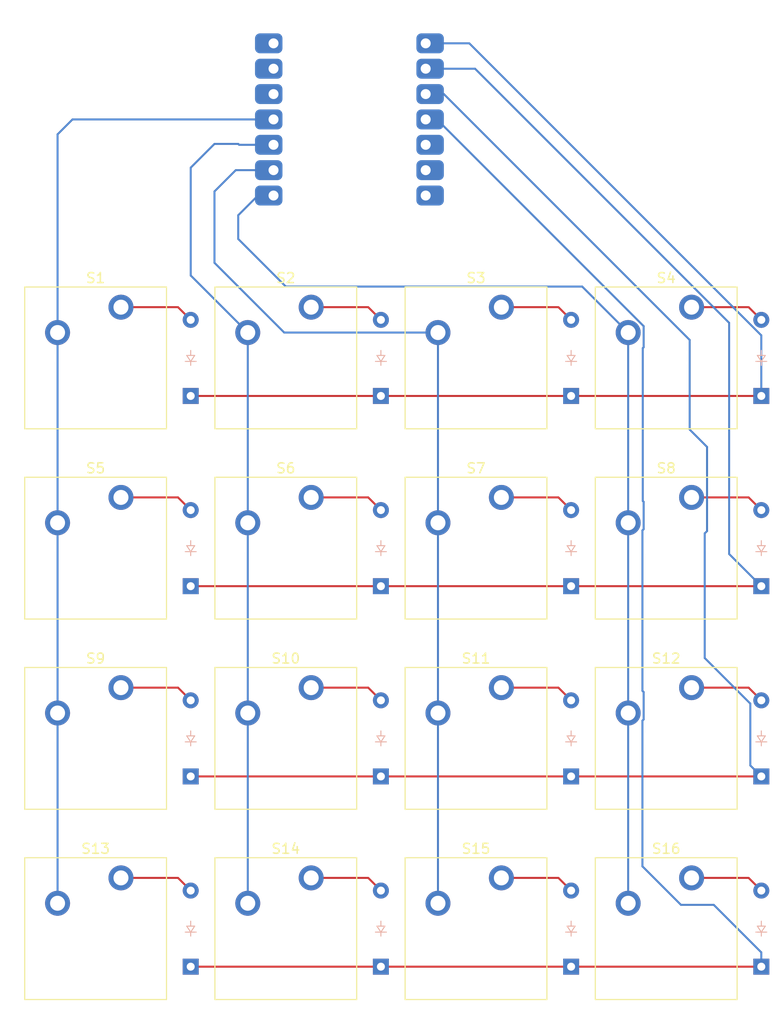
<source format=kicad_pcb>
(kicad_pcb (version 20240108) (generator "pcbnew") (generator_version "8.0")
  (layers (0 "F.Cu" signal) (31 "B.Cu" signal) (34 "B.Paste" user) (35 "F.Paste" user) (36 "B.SilkS" user "B.Silkscreen") (37 "F.SilkS" user "F.Silkscreen") (38 "B.Mask" user) (39 "F.Mask" user) (44 "Edge.Cuts" user))
  (net 0 "")
  (net 1 "Row 0")
  (net 2 "Net-(D1-A)")
  (net 3 "Net-(D2-A)")
  (net 4 "Net-(D3-A)")
  (net 5 "Net-(D4-A)")
  (net 6 "Net-(D5-A)")
  (net 7 "Row 1")
  (net 8 "Net-(D6-A)")
  (net 9 "Net-(D7-A)")
  (net 10 "Net-(D8-A)")
  (net 11 "Row 2")
  (net 12 "Net-(D9-A)")
  (net 13 "Net-(D10-A)")
  (net 14 "Net-(D11-A)")
  (net 15 "Net-(D12-A)")
  (net 16 "Row 3")
  (net 17 "Net-(D13-A)")
  (net 18 "Net-(D14-A)")
  (net 19 "Net-(D15-A)")
  (net 20 "Net-(D16-A)")
  (net 21 "Column 0")
  (net 22 "Column 1")
  (net 23 "Column 2")
  (net 24 "Column 3")
  (footprint "ScottoKeebs_MX:MX_PCB_1.00u" (layer "F.Cu") (at 133.35 133.35)
    (property "Reference" "S14" (at 0 -8 0) (layer "F.SilkS"))
    (property "Value" "Keyswitch")
    (fp_line (start -7.1 -7.1) (end -7.1 7.1) (stroke (width 0.12)) (layer "F.SilkS"))
    (fp_line (start -7.1 7.1) (end 7.1 7.1) (stroke (width 0.12)) (layer "F.SilkS"))
    (fp_line (start 7.1 -7.1) (end -7.1 -7.1) (stroke (width 0.12)) (layer "F.SilkS"))
    (fp_line (start 7.1 7.1) (end 7.1 -7.1) (stroke (width 0.12)) (layer "F.SilkS"))
    (pad "" np_thru_hole circle (at -5.08 0) (size 1.75 1.75) (drill 1.75) (layers "*.Cu" "*.Mask"))
    (pad "" np_thru_hole circle (at 0 0) (size 4 4) (drill 4) (layers "*.Cu" "*.Mask"))
    (pad "" np_thru_hole circle (at 5.08 0) (size 1.75 1.75) (drill 1.75) (layers "*.Cu" "*.Mask"))
    (pad "1" thru_hole circle (at -3.81 -2.54) (size 2.5 2.5) (drill 1.5) (layers "*.Cu" "*.Mask") (net 22 "Column 1"))
    (pad "2" thru_hole circle (at 2.54 -5.08) (size 2.5 2.5) (drill 1.5) (layers "*.Cu" "*.Mask") (net 18 "Net-(D14-A)"))
  )
  (footprint "ScottoKeebs_MX:MX_PCB_1.00u" (layer "F.Cu") (at 171.45 133.35)
    (property "Reference" "S16" (at 0 -8 0) (layer "F.SilkS"))
    (property "Value" "Keyswitch")
    (fp_line (start -7.1 -7.1) (end -7.1 7.1) (stroke (width 0.12)) (layer "F.SilkS"))
    (fp_line (start -7.1 7.1) (end 7.1 7.1) (stroke (width 0.12)) (layer "F.SilkS"))
    (fp_line (start 7.1 -7.1) (end -7.1 -7.1) (stroke (width 0.12)) (layer "F.SilkS"))
    (fp_line (start 7.1 7.1) (end 7.1 -7.1) (stroke (width 0.12)) (layer "F.SilkS"))
    (pad "" np_thru_hole circle (at -5.08 0) (size 1.75 1.75) (drill 1.75) (layers "*.Cu" "*.Mask"))
    (pad "" np_thru_hole circle (at 0 0) (size 4 4) (drill 4) (layers "*.Cu" "*.Mask"))
    (pad "" np_thru_hole circle (at 5.08 0) (size 1.75 1.75) (drill 1.75) (layers "*.Cu" "*.Mask"))
    (pad "1" thru_hole circle (at -3.81 -2.54) (size 2.5 2.5) (drill 1.5) (layers "*.Cu" "*.Mask") (net 24 "Column 3"))
    (pad "2" thru_hole circle (at 2.54 -5.08) (size 2.5 2.5) (drill 1.5) (layers "*.Cu" "*.Mask") (net 20 "Net-(D16-A)"))
  )
  (footprint "ScottoKeebs_MX:MX_PCB_1.00u" (layer "F.Cu") (at 133.35 76.2)
    (property "Reference" "S2" (at 0 -8 0) (layer "F.SilkS"))
    (property "Value" "Keyswitch")
    (fp_line (start -7.1 -7.1) (end -7.1 7.1) (stroke (width 0.12)) (layer "F.SilkS"))
    (fp_line (start -7.1 7.1) (end 7.1 7.1) (stroke (width 0.12)) (layer "F.SilkS"))
    (fp_line (start 7.1 -7.1) (end -7.1 -7.1) (stroke (width 0.12)) (layer "F.SilkS"))
    (fp_line (start 7.1 7.1) (end 7.1 -7.1) (stroke (width 0.12)) (layer "F.SilkS"))
    (pad "" np_thru_hole circle (at -5.08 0) (size 1.75 1.75) (drill 1.75) (layers "*.Cu" "*.Mask"))
    (pad "" np_thru_hole circle (at 0 0) (size 4 4) (drill 4) (layers "*.Cu" "*.Mask"))
    (pad "" np_thru_hole circle (at 5.08 0) (size 1.75 1.75) (drill 1.75) (layers "*.Cu" "*.Mask"))
    (pad "1" thru_hole circle (at -3.81 -2.54) (size 2.5 2.5) (drill 1.5) (layers "*.Cu" "*.Mask") (net 22 "Column 1"))
    (pad "2" thru_hole circle (at 2.54 -5.08) (size 2.5 2.5) (drill 1.5) (layers "*.Cu" "*.Mask") (net 3 "Net-(D2-A)"))
  )
  (footprint "ScottoKeebs_MX:MX_PCB_1.00u" (layer "F.Cu") (at 114.3 114.3)
    (property "Reference" "S9" (at 0 -8 0) (layer "F.SilkS"))
    (property "Value" "Keyswitch")
    (fp_line (start -7.1 -7.1) (end -7.1 7.1) (stroke (width 0.12)) (layer "F.SilkS"))
    (fp_line (start -7.1 7.1) (end 7.1 7.1) (stroke (width 0.12)) (layer "F.SilkS"))
    (fp_line (start 7.1 -7.1) (end -7.1 -7.1) (stroke (width 0.12)) (layer "F.SilkS"))
    (fp_line (start 7.1 7.1) (end 7.1 -7.1) (stroke (width 0.12)) (layer "F.SilkS"))
    (pad "" np_thru_hole circle (at -5.08 0) (size 1.75 1.75) (drill 1.75) (layers "*.Cu" "*.Mask"))
    (pad "" np_thru_hole circle (at 0 0) (size 4 4) (drill 4) (layers "*.Cu" "*.Mask"))
    (pad "" np_thru_hole circle (at 5.08 0) (size 1.75 1.75) (drill 1.75) (layers "*.Cu" "*.Mask"))
    (pad "1" thru_hole circle (at -3.81 -2.54) (size 2.5 2.5) (drill 1.5) (layers "*.Cu" "*.Mask") (net 21 "Column 0"))
    (pad "2" thru_hole circle (at 2.54 -5.08) (size 2.5 2.5) (drill 1.5) (layers "*.Cu" "*.Mask") (net 12 "Net-(D9-A)"))
  )
  (footprint "ScottoKeebs_MX:MX_PCB_1.00u" (layer "F.Cu") (at 152.4 95.25)
    (property "Reference" "S7" (at 0 -8 0) (layer "F.SilkS"))
    (property "Value" "Keyswitch")
    (fp_line (start -7.1 -7.1) (end -7.1 7.1) (stroke (width 0.12)) (layer "F.SilkS"))
    (fp_line (start -7.1 7.1) (end 7.1 7.1) (stroke (width 0.12)) (layer "F.SilkS"))
    (fp_line (start 7.1 -7.1) (end -7.1 -7.1) (stroke (width 0.12)) (layer "F.SilkS"))
    (fp_line (start 7.1 7.1) (end 7.1 -7.1) (stroke (width 0.12)) (layer "F.SilkS"))
    (pad "" np_thru_hole circle (at -5.08 0) (size 1.75 1.75) (drill 1.75) (layers "*.Cu" "*.Mask"))
    (pad "" np_thru_hole circle (at 0 0) (size 4 4) (drill 4) (layers "*.Cu" "*.Mask"))
    (pad "" np_thru_hole circle (at 5.08 0) (size 1.75 1.75) (drill 1.75) (layers "*.Cu" "*.Mask"))
    (pad "1" thru_hole circle (at -3.81 -2.54) (size 2.5 2.5) (drill 1.5) (layers "*.Cu" "*.Mask") (net 23 "Column 2"))
    (pad "2" thru_hole circle (at 2.54 -5.08) (size 2.5 2.5) (drill 1.5) (layers "*.Cu" "*.Mask") (net 9 "Net-(D7-A)"))
  )
  (footprint "ScottoKeebs_MX:MX_PCB_1.00u" (layer "F.Cu") (at 114.3 95.25)
    (property "Reference" "S5" (at 0 -8 0) (layer "F.SilkS"))
    (property "Value" "Keyswitch")
    (fp_line (start -7.1 -7.1) (end -7.1 7.1) (stroke (width 0.12)) (layer "F.SilkS"))
    (fp_line (start -7.1 7.1) (end 7.1 7.1) (stroke (width 0.12)) (layer "F.SilkS"))
    (fp_line (start 7.1 -7.1) (end -7.1 -7.1) (stroke (width 0.12)) (layer "F.SilkS"))
    (fp_line (start 7.1 7.1) (end 7.1 -7.1) (stroke (width 0.12)) (layer "F.SilkS"))
    (pad "" np_thru_hole circle (at -5.08 0) (size 1.75 1.75) (drill 1.75) (layers "*.Cu" "*.Mask"))
    (pad "" np_thru_hole circle (at 0 0) (size 4 4) (drill 4) (layers "*.Cu" "*.Mask"))
    (pad "" np_thru_hole circle (at 5.08 0) (size 1.75 1.75) (drill 1.75) (layers "*.Cu" "*.Mask"))
    (pad "1" thru_hole circle (at -3.81 -2.54) (size 2.5 2.5) (drill 1.5) (layers "*.Cu" "*.Mask") (net 21 "Column 0"))
    (pad "2" thru_hole circle (at 2.54 -5.08) (size 2.5 2.5) (drill 1.5) (layers "*.Cu" "*.Mask") (net 6 "Net-(D5-A)"))
  )
  (footprint "ScottoKeebs_MX:MX_PCB_1.00u" (layer "F.Cu") (at 171.45 76.2)
    (property "Reference" "S4" (at 0 -8 0) (layer "F.SilkS"))
    (property "Value" "Keyswitch")
    (fp_line (start -7.1 -7.1) (end -7.1 7.1) (stroke (width 0.12)) (layer "F.SilkS"))
    (fp_line (start -7.1 7.1) (end 7.1 7.1) (stroke (width 0.12)) (layer "F.SilkS"))
    (fp_line (start 7.1 -7.1) (end -7.1 -7.1) (stroke (width 0.12)) (layer "F.SilkS"))
    (fp_line (start 7.1 7.1) (end 7.1 -7.1) (stroke (width 0.12)) (layer "F.SilkS"))
    (pad "" np_thru_hole circle (at -5.08 0) (size 1.75 1.75) (drill 1.75) (layers "*.Cu" "*.Mask"))
    (pad "" np_thru_hole circle (at 0 0) (size 4 4) (drill 4) (layers "*.Cu" "*.Mask"))
    (pad "" np_thru_hole circle (at 5.08 0) (size 1.75 1.75) (drill 1.75) (layers "*.Cu" "*.Mask"))
    (pad "1" thru_hole circle (at -3.81 -2.54) (size 2.5 2.5) (drill 1.5) (layers "*.Cu" "*.Mask") (net 24 "Column 3"))
    (pad "2" thru_hole circle (at 2.54 -5.08) (size 2.5 2.5) (drill 1.5) (layers "*.Cu" "*.Mask") (net 5 "Net-(D4-A)"))
  )
  (footprint "ScottoKeebs_MX:MX_PCB_1.00u" (layer "F.Cu") (at 114.3 133.35)
    (property "Reference" "S13" (at 0 -8 0) (layer "F.SilkS"))
    (property "Value" "Keyswitch")
    (fp_line (start -7.1 -7.1) (end -7.1 7.1) (stroke (width 0.12)) (layer "F.SilkS"))
    (fp_line (start -7.1 7.1) (end 7.1 7.1) (stroke (width 0.12)) (layer "F.SilkS"))
    (fp_line (start 7.1 -7.1) (end -7.1 -7.1) (stroke (width 0.12)) (layer "F.SilkS"))
    (fp_line (start 7.1 7.1) (end 7.1 -7.1) (stroke (width 0.12)) (layer "F.SilkS"))
    (pad "" np_thru_hole circle (at -5.08 0) (size 1.75 1.75) (drill 1.75) (layers "*.Cu" "*.Mask"))
    (pad "" np_thru_hole circle (at 0 0) (size 4 4) (drill 4) (layers "*.Cu" "*.Mask"))
    (pad "" np_thru_hole circle (at 5.08 0) (size 1.75 1.75) (drill 1.75) (layers "*.Cu" "*.Mask"))
    (pad "1" thru_hole circle (at -3.81 -2.54) (size 2.5 2.5) (drill 1.5) (layers "*.Cu" "*.Mask") (net 21 "Column 0"))
    (pad "2" thru_hole circle (at 2.54 -5.08) (size 2.5 2.5) (drill 1.5) (layers "*.Cu" "*.Mask") (net 17 "Net-(D13-A)"))
  )
  (footprint "ScottoKeebs_MX:MX_PCB_1.00u" (layer "F.Cu") (at 152.4 114.3)
    (property "Reference" "S11" (at 0 -8 0) (layer "F.SilkS"))
    (property "Value" "Keyswitch")
    (fp_line (start -7.1 -7.1) (end -7.1 7.1) (stroke (width 0.12)) (layer "F.SilkS"))
    (fp_line (start -7.1 7.1) (end 7.1 7.1) (stroke (width 0.12)) (layer "F.SilkS"))
    (fp_line (start 7.1 -7.1) (end -7.1 -7.1) (stroke (width 0.12)) (layer "F.SilkS"))
    (fp_line (start 7.1 7.1) (end 7.1 -7.1) (stroke (width 0.12)) (layer "F.SilkS"))
    (pad "" np_thru_hole circle (at -5.08 0) (size 1.75 1.75) (drill 1.75) (layers "*.Cu" "*.Mask"))
    (pad "" np_thru_hole circle (at 0 0) (size 4 4) (drill 4) (layers "*.Cu" "*.Mask"))
    (pad "" np_thru_hole circle (at 5.08 0) (size 1.75 1.75) (drill 1.75) (layers "*.Cu" "*.Mask"))
    (pad "1" thru_hole circle (at -3.81 -2.54) (size 2.5 2.5) (drill 1.5) (layers "*.Cu" "*.Mask") (net 23 "Column 2"))
    (pad "2" thru_hole circle (at 2.54 -5.08) (size 2.5 2.5) (drill 1.5) (layers "*.Cu" "*.Mask") (net 14 "Net-(D11-A)"))
  )
  (footprint "ScottoKeebs_MX:MX_PCB_1.00u" (layer "F.Cu") (at 133.35 114.3)
    (property "Reference" "S10" (at 0 -8 0) (layer "F.SilkS"))
    (property "Value" "Keyswitch")
    (fp_line (start -7.1 -7.1) (end -7.1 7.1) (stroke (width 0.12)) (layer "F.SilkS"))
    (fp_line (start -7.1 7.1) (end 7.1 7.1) (stroke (width 0.12)) (layer "F.SilkS"))
    (fp_line (start 7.1 -7.1) (end -7.1 -7.1) (stroke (width 0.12)) (layer "F.SilkS"))
    (fp_line (start 7.1 7.1) (end 7.1 -7.1) (stroke (width 0.12)) (layer "F.SilkS"))
    (pad "" np_thru_hole circle (at -5.08 0) (size 1.75 1.75) (drill 1.75) (layers "*.Cu" "*.Mask"))
    (pad "" np_thru_hole circle (at 0 0) (size 4 4) (drill 4) (layers "*.Cu" "*.Mask"))
    (pad "" np_thru_hole circle (at 5.08 0) (size 1.75 1.75) (drill 1.75) (layers "*.Cu" "*.Mask"))
    (pad "1" thru_hole circle (at -3.81 -2.54) (size 2.5 2.5) (drill 1.5) (layers "*.Cu" "*.Mask") (net 22 "Column 1"))
    (pad "2" thru_hole circle (at 2.54 -5.08) (size 2.5 2.5) (drill 1.5) (layers "*.Cu" "*.Mask") (net 13 "Net-(D10-A)"))
  )
  (footprint "ScottoKeebs_MX:MX_PCB_1.00u" (layer "F.Cu") (at 171.45 114.3)
    (property "Reference" "S12" (at 0 -8 0) (layer "F.SilkS"))
    (property "Value" "Keyswitch")
    (fp_line (start -7.1 -7.1) (end -7.1 7.1) (stroke (width 0.12)) (layer "F.SilkS"))
    (fp_line (start -7.1 7.1) (end 7.1 7.1) (stroke (width 0.12)) (layer "F.SilkS"))
    (fp_line (start 7.1 -7.1) (end -7.1 -7.1) (stroke (width 0.12)) (layer "F.SilkS"))
    (fp_line (start 7.1 7.1) (end 7.1 -7.1) (stroke (width 0.12)) (layer "F.SilkS"))
    (pad "" np_thru_hole circle (at -5.08 0) (size 1.75 1.75) (drill 1.75) (layers "*.Cu" "*.Mask"))
    (pad "" np_thru_hole circle (at 0 0) (size 4 4) (drill 4) (layers "*.Cu" "*.Mask"))
    (pad "" np_thru_hole circle (at 5.08 0) (size 1.75 1.75) (drill 1.75) (layers "*.Cu" "*.Mask"))
    (pad "1" thru_hole circle (at -3.81 -2.54) (size 2.5 2.5) (drill 1.5) (layers "*.Cu" "*.Mask") (net 24 "Column 3"))
    (pad "2" thru_hole circle (at 2.54 -5.08) (size 2.5 2.5) (drill 1.5) (layers "*.Cu" "*.Mask") (net 15 "Net-(D12-A)"))
  )
  (footprint "ScottoKeebs_MX:MX_PCB_1.00u" (layer "F.Cu") (at 152.4 76.2)
    (property "Reference" "S3" (at 0 -8 0) (layer "F.SilkS"))
    (property "Value" "Keyswitch")
    (fp_line (start -7.1 -7.1) (end -7.1 7.1) (stroke (width 0.12)) (layer "F.SilkS"))
    (fp_line (start -7.1 7.1) (end 7.1 7.1) (stroke (width 0.12)) (layer "F.SilkS"))
    (fp_line (start 7.1 -7.1) (end -7.1 -7.1) (stroke (width 0.12)) (layer "F.SilkS"))
    (fp_line (start 7.1 7.1) (end 7.1 -7.1) (stroke (width 0.12)) (layer "F.SilkS"))
    (pad "" np_thru_hole circle (at -5.08 0) (size 1.75 1.75) (drill 1.75) (layers "*.Cu" "*.Mask"))
    (pad "" np_thru_hole circle (at 0 0) (size 4 4) (drill 4) (layers "*.Cu" "*.Mask"))
    (pad "" np_thru_hole circle (at 5.08 0) (size 1.75 1.75) (drill 1.75) (layers "*.Cu" "*.Mask"))
    (pad "1" thru_hole circle (at -3.81 -2.54) (size 2.5 2.5) (drill 1.5) (layers "*.Cu" "*.Mask") (net 23 "Column 2"))
    (pad "2" thru_hole circle (at 2.54 -5.08) (size 2.5 2.5) (drill 1.5) (layers "*.Cu" "*.Mask") (net 4 "Net-(D3-A)"))
  )
  (footprint "ScottoKeebs_MX:MX_PCB_1.00u" (layer "F.Cu") (at 114.3 76.2)
    (property "Reference" "S1" (at 0 -8 0) (layer "F.SilkS"))
    (property "Value" "Keyswitch")
    (fp_line (start -7.1 -7.1) (end -7.1 7.1) (stroke (width 0.12)) (layer "F.SilkS"))
    (fp_line (start -7.1 7.1) (end 7.1 7.1) (stroke (width 0.12)) (layer "F.SilkS"))
    (fp_line (start 7.1 -7.1) (end -7.1 -7.1) (stroke (width 0.12)) (layer "F.SilkS"))
    (fp_line (start 7.1 7.1) (end 7.1 -7.1) (stroke (width 0.12)) (layer "F.SilkS"))
    (pad "" np_thru_hole circle (at -5.08 0) (size 1.75 1.75) (drill 1.75) (layers "*.Cu" "*.Mask"))
    (pad "" np_thru_hole circle (at 0 0) (size 4 4) (drill 4) (layers "*.Cu" "*.Mask"))
    (pad "" np_thru_hole circle (at 5.08 0) (size 1.75 1.75) (drill 1.75) (layers "*.Cu" "*.Mask"))
    (pad "1" thru_hole circle (at -3.81 -2.54) (size 2.5 2.5) (drill 1.5) (layers "*.Cu" "*.Mask") (net 21 "Column 0"))
    (pad "2" thru_hole circle (at 2.54 -5.08) (size 2.5 2.5) (drill 1.5) (layers "*.Cu" "*.Mask") (net 2 "Net-(D1-A)"))
  )
  (footprint "ScottoKeebs_MX:MX_PCB_1.00u" (layer "F.Cu") (at 133.35 95.25)
    (property "Reference" "S6" (at 0 -8 0) (layer "F.SilkS"))
    (property "Value" "Keyswitch")
    (fp_line (start -7.1 -7.1) (end -7.1 7.1) (stroke (width 0.12)) (layer "F.SilkS"))
    (fp_line (start -7.1 7.1) (end 7.1 7.1) (stroke (width 0.12)) (layer "F.SilkS"))
    (fp_line (start 7.1 -7.1) (end -7.1 -7.1) (stroke (width 0.12)) (layer "F.SilkS"))
    (fp_line (start 7.1 7.1) (end 7.1 -7.1) (stroke (width 0.12)) (layer "F.SilkS"))
    (pad "" np_thru_hole circle (at -5.08 0) (size 1.75 1.75) (drill 1.75) (layers "*.Cu" "*.Mask"))
    (pad "" np_thru_hole circle (at 0 0) (size 4 4) (drill 4) (layers "*.Cu" "*.Mask"))
    (pad "" np_thru_hole circle (at 5.08 0) (size 1.75 1.75) (drill 1.75) (layers "*.Cu" "*.Mask"))
    (pad "1" thru_hole circle (at -3.81 -2.54) (size 2.5 2.5) (drill 1.5) (layers "*.Cu" "*.Mask") (net 22 "Column 1"))
    (pad "2" thru_hole circle (at 2.54 -5.08) (size 2.5 2.5) (drill 1.5) (layers "*.Cu" "*.Mask") (net 8 "Net-(D6-A)"))
  )
  (footprint "ScottoKeebs_MX:MX_PCB_1.00u" (layer "F.Cu") (at 171.45 95.25)
    (property "Reference" "S8" (at 0 -8 0) (layer "F.SilkS"))
    (property "Value" "Keyswitch")
    (fp_line (start -7.1 -7.1) (end -7.1 7.1) (stroke (width 0.12)) (layer "F.SilkS"))
    (fp_line (start -7.1 7.1) (end 7.1 7.1) (stroke (width 0.12)) (layer "F.SilkS"))
    (fp_line (start 7.1 -7.1) (end -7.1 -7.1) (stroke (width 0.12)) (layer "F.SilkS"))
    (fp_line (start 7.1 7.1) (end 7.1 -7.1) (stroke (width 0.12)) (layer "F.SilkS"))
    (pad "" np_thru_hole circle (at -5.08 0) (size 1.75 1.75) (drill 1.75) (layers "*.Cu" "*.Mask"))
    (pad "" np_thru_hole circle (at 0 0) (size 4 4) (drill 4) (layers "*.Cu" "*.Mask"))
    (pad "" np_thru_hole circle (at 5.08 0) (size 1.75 1.75) (drill 1.75) (layers "*.Cu" "*.Mask"))
    (pad "1" thru_hole circle (at -3.81 -2.54) (size 2.5 2.5) (drill 1.5) (layers "*.Cu" "*.Mask") (net 24 "Column 3"))
    (pad "2" thru_hole circle (at 2.54 -5.08) (size 2.5 2.5) (drill 1.5) (layers "*.Cu" "*.Mask") (net 10 "Net-(D8-A)"))
  )
  (footprint "ScottoKeebs_MX:MX_PCB_1.00u" (layer "F.Cu") (at 152.4 133.35)
    (property "Reference" "S15" (at 0 -8 0) (layer "F.SilkS"))
    (property "Value" "Keyswitch")
    (fp_line (start -7.1 -7.1) (end -7.1 7.1) (stroke (width 0.12)) (layer "F.SilkS"))
    (fp_line (start -7.1 7.1) (end 7.1 7.1) (stroke (width 0.12)) (layer "F.SilkS"))
    (fp_line (start 7.1 -7.1) (end -7.1 -7.1) (stroke (width 0.12)) (layer "F.SilkS"))
    (fp_line (start 7.1 7.1) (end 7.1 -7.1) (stroke (width 0.12)) (layer "F.SilkS"))
    (pad "" np_thru_hole circle (at -5.08 0) (size 1.75 1.75) (drill 1.75) (layers "*.Cu" "*.Mask"))
    (pad "" np_thru_hole circle (at 0 0) (size 4 4) (drill 4) (layers "*.Cu" "*.Mask"))
    (pad "" np_thru_hole circle (at 5.08 0) (size 1.75 1.75) (drill 1.75) (layers "*.Cu" "*.Mask"))
    (pad "1" thru_hole circle (at -3.81 -2.54) (size 2.5 2.5) (drill 1.5) (layers "*.Cu" "*.Mask") (net 23 "Column 2"))
    (pad "2" thru_hole circle (at 2.54 -5.08) (size 2.5 2.5) (drill 1.5) (layers "*.Cu" "*.Mask") (net 19 "Net-(D15-A)"))
  )
  (footprint "ScottoKeebs_Components:Diode_DO-35" (layer "B.Cu") (at 161.925 99.06 90)
    (property "Reference" "D7" (hide yes))
    (property "Value" "Diode" (hide yes))
    (fp_line (start 3.46 -0.55) (end 3.46 0.55) (stroke (width 0.1)) (layer "B.SilkS"))
    (fp_line (start 4.06 -0.4) (end 4.06 0.4) (stroke (width 0.1)) (layer "B.SilkS"))
    (fp_line (start 4.56 0) (end 4.06 0) (stroke (width 0.1)) (layer "B.SilkS"))
    (fp_line (start 3.46 0) (end 4.06 -0.4) (stroke (width 0.1)) (layer "B.SilkS"))
    (fp_line (start 3.46 0) (end 3.06 0) (stroke (width 0.1)) (layer "B.SilkS"))
    (fp_line (start 4.06 0.4) (end 3.46 0) (stroke (width 0.1)) (layer "B.SilkS"))
    (pad "1" thru_hole rect (at 0 0 90) (size 1.6 1.6) (drill 0.8) (layers "*.Cu" "*.Mask") (net 7 "Row 1"))
    (pad "2" thru_hole oval (at 7.62 0 90) (size 1.6 1.6) (drill 0.8) (layers "*.Cu" "*.Mask") (net 9 "Net-(D7-A)"))
  )
  (footprint "ScottoKeebs_Components:Diode_DO-35" (layer "B.Cu") (at 142.875 99.06 90)
    (property "Reference" "D6" (hide yes))
    (property "Value" "Diode" (hide yes))
    (fp_line (start 3.46 -0.55) (end 3.46 0.55) (stroke (width 0.1)) (layer "B.SilkS"))
    (fp_line (start 4.06 -0.4) (end 4.06 0.4) (stroke (width 0.1)) (layer "B.SilkS"))
    (fp_line (start 4.56 0) (end 4.06 0) (stroke (width 0.1)) (layer "B.SilkS"))
    (fp_line (start 3.46 0) (end 4.06 -0.4) (stroke (width 0.1)) (layer "B.SilkS"))
    (fp_line (start 3.46 0) (end 3.06 0) (stroke (width 0.1)) (layer "B.SilkS"))
    (fp_line (start 4.06 0.4) (end 3.46 0) (stroke (width 0.1)) (layer "B.SilkS"))
    (pad "1" thru_hole rect (at 0 0 90) (size 1.6 1.6) (drill 0.8) (layers "*.Cu" "*.Mask") (net 7 "Row 1"))
    (pad "2" thru_hole oval (at 7.62 0 90) (size 1.6 1.6) (drill 0.8) (layers "*.Cu" "*.Mask") (net 8 "Net-(D6-A)"))
  )
  (footprint "ScottoKeebs_Components:Diode_DO-35" (layer "B.Cu") (at 180.975 118.11 90)
    (property "Reference" "D12" (hide yes))
    (property "Value" "Diode" (hide yes))
    (fp_line (start 3.46 -0.55) (end 3.46 0.55) (stroke (width 0.1)) (layer "B.SilkS"))
    (fp_line (start 4.06 -0.4) (end 4.06 0.4) (stroke (width 0.1)) (layer "B.SilkS"))
    (fp_line (start 4.56 0) (end 4.06 0) (stroke (width 0.1)) (layer "B.SilkS"))
    (fp_line (start 3.46 0) (end 4.06 -0.4) (stroke (width 0.1)) (layer "B.SilkS"))
    (fp_line (start 3.46 0) (end 3.06 0) (stroke (width 0.1)) (layer "B.SilkS"))
    (fp_line (start 4.06 0.4) (end 3.46 0) (stroke (width 0.1)) (layer "B.SilkS"))
    (pad "1" thru_hole rect (at 0 0 90) (size 1.6 1.6) (drill 0.8) (layers "*.Cu" "*.Mask") (net 11 "Row 2"))
    (pad "2" thru_hole oval (at 7.62 0 90) (size 1.6 1.6) (drill 0.8) (layers "*.Cu" "*.Mask") (net 15 "Net-(D12-A)"))
  )
  (footprint "ScottoKeebs_Components:Diode_DO-35" (layer "B.Cu") (at 180.975 137.16 90)
    (property "Reference" "D16" (hide yes))
    (property "Value" "Diode" (hide yes))
    (fp_line (start 3.46 -0.55) (end 3.46 0.55) (stroke (width 0.1)) (layer "B.SilkS"))
    (fp_line (start 4.06 -0.4) (end 4.06 0.4) (stroke (width 0.1)) (layer "B.SilkS"))
    (fp_line (start 4.56 0) (end 4.06 0) (stroke (width 0.1)) (layer "B.SilkS"))
    (fp_line (start 3.46 0) (end 4.06 -0.4) (stroke (width 0.1)) (layer "B.SilkS"))
    (fp_line (start 3.46 0) (end 3.06 0) (stroke (width 0.1)) (layer "B.SilkS"))
    (fp_line (start 4.06 0.4) (end 3.46 0) (stroke (width 0.1)) (layer "B.SilkS"))
    (pad "1" thru_hole rect (at 0 0 90) (size 1.6 1.6) (drill 0.8) (layers "*.Cu" "*.Mask") (net 16 "Row 3"))
    (pad "2" thru_hole oval (at 7.62 0 90) (size 1.6 1.6) (drill 0.8) (layers "*.Cu" "*.Mask") (net 20 "Net-(D16-A)"))
  )
  (footprint "ScottoKeebs_Components:Diode_DO-35" (layer "B.Cu") (at 123.825 137.16 90)
    (property "Reference" "D13" (hide yes))
    (property "Value" "Diode" (hide yes))
    (fp_line (start 3.46 -0.55) (end 3.46 0.55) (stroke (width 0.1)) (layer "B.SilkS"))
    (fp_line (start 4.06 -0.4) (end 4.06 0.4) (stroke (width 0.1)) (layer "B.SilkS"))
    (fp_line (start 4.56 0) (end 4.06 0) (stroke (width 0.1)) (layer "B.SilkS"))
    (fp_line (start 3.46 0) (end 4.06 -0.4) (stroke (width 0.1)) (layer "B.SilkS"))
    (fp_line (start 3.46 0) (end 3.06 0) (stroke (width 0.1)) (layer "B.SilkS"))
    (fp_line (start 4.06 0.4) (end 3.46 0) (stroke (width 0.1)) (layer "B.SilkS"))
    (pad "1" thru_hole rect (at 0 0 90) (size 1.6 1.6) (drill 0.8) (layers "*.Cu" "*.Mask") (net 16 "Row 3"))
    (pad "2" thru_hole oval (at 7.62 0 90) (size 1.6 1.6) (drill 0.8) (layers "*.Cu" "*.Mask") (net 17 "Net-(D13-A)"))
  )
  (footprint "ScottoKeebs_Components:Diode_DO-35" (layer "B.Cu") (at 123.825 99.06 90)
    (property "Reference" "D5" (hide yes))
    (property "Value" "Diode" (hide yes))
    (fp_line (start 3.46 -0.55) (end 3.46 0.55) (stroke (width 0.1)) (layer "B.SilkS"))
    (fp_line (start 4.06 -0.4) (end 4.06 0.4) (stroke (width 0.1)) (layer "B.SilkS"))
    (fp_line (start 4.56 0) (end 4.06 0) (stroke (width 0.1)) (layer "B.SilkS"))
    (fp_line (start 3.46 0) (end 4.06 -0.4) (stroke (width 0.1)) (layer "B.SilkS"))
    (fp_line (start 3.46 0) (end 3.06 0) (stroke (width 0.1)) (layer "B.SilkS"))
    (fp_line (start 4.06 0.4) (end 3.46 0) (stroke (width 0.1)) (layer "B.SilkS"))
    (pad "1" thru_hole rect (at 0 0 90) (size 1.6 1.6) (drill 0.8) (layers "*.Cu" "*.Mask") (net 7 "Row 1"))
    (pad "2" thru_hole oval (at 7.62 0 90) (size 1.6 1.6) (drill 0.8) (layers "*.Cu" "*.Mask") (net 6 "Net-(D5-A)"))
  )
  (footprint "ScottoKeebs_Components:Diode_DO-35" (layer "B.Cu") (at 142.875 80.01 90)
    (property "Reference" "D2" (hide yes))
    (property "Value" "Diode" (hide yes))
    (fp_line (start 3.46 -0.55) (end 3.46 0.55) (stroke (width 0.1)) (layer "B.SilkS"))
    (fp_line (start 4.06 -0.4) (end 4.06 0.4) (stroke (width 0.1)) (layer "B.SilkS"))
    (fp_line (start 4.56 0) (end 4.06 0) (stroke (width 0.1)) (layer "B.SilkS"))
    (fp_line (start 3.46 0) (end 4.06 -0.4) (stroke (width 0.1)) (layer "B.SilkS"))
    (fp_line (start 3.46 0) (end 3.06 0) (stroke (width 0.1)) (layer "B.SilkS"))
    (fp_line (start 4.06 0.4) (end 3.46 0) (stroke (width 0.1)) (layer "B.SilkS"))
    (pad "1" thru_hole rect (at 0 0 90) (size 1.6 1.6) (drill 0.8) (layers "*.Cu" "*.Mask") (net 1 "Row 0"))
    (pad "2" thru_hole oval (at 7.62 0 90) (size 1.6 1.6) (drill 0.8) (layers "*.Cu" "*.Mask") (net 3 "Net-(D2-A)"))
  )
  (footprint "ScottoKeebs_Components:Diode_DO-35" (layer "B.Cu") (at 161.925 118.11 90)
    (property "Reference" "D11" (hide yes))
    (property "Value" "Diode" (hide yes))
    (fp_line (start 3.46 -0.55) (end 3.46 0.55) (stroke (width 0.1)) (layer "B.SilkS"))
    (fp_line (start 4.06 -0.4) (end 4.06 0.4) (stroke (width 0.1)) (layer "B.SilkS"))
    (fp_line (start 4.56 0) (end 4.06 0) (stroke (width 0.1)) (layer "B.SilkS"))
    (fp_line (start 3.46 0) (end 4.06 -0.4) (stroke (width 0.1)) (layer "B.SilkS"))
    (fp_line (start 3.46 0) (end 3.06 0) (stroke (width 0.1)) (layer "B.SilkS"))
    (fp_line (start 4.06 0.4) (end 3.46 0) (stroke (width 0.1)) (layer "B.SilkS"))
    (pad "1" thru_hole rect (at 0 0 90) (size 1.6 1.6) (drill 0.8) (layers "*.Cu" "*.Mask") (net 11 "Row 2"))
    (pad "2" thru_hole oval (at 7.62 0 90) (size 1.6 1.6) (drill 0.8) (layers "*.Cu" "*.Mask") (net 14 "Net-(D11-A)"))
  )
  (footprint "ScottoKeebs_Components:Diode_DO-35" (layer "B.Cu") (at 123.825 80.01 90)
    (property "Reference" "D1" (hide yes))
    (property "Value" "Diode" (hide yes))
    (fp_line (start 3.46 -0.55) (end 3.46 0.55) (stroke (width 0.1)) (layer "B.SilkS"))
    (fp_line (start 4.06 -0.4) (end 4.06 0.4) (stroke (width 0.1)) (layer "B.SilkS"))
    (fp_line (start 4.56 0) (end 4.06 0) (stroke (width 0.1)) (layer "B.SilkS"))
    (fp_line (start 3.46 0) (end 4.06 -0.4) (stroke (width 0.1)) (layer "B.SilkS"))
    (fp_line (start 3.46 0) (end 3.06 0) (stroke (width 0.1)) (layer "B.SilkS"))
    (fp_line (start 4.06 0.4) (end 3.46 0) (stroke (width 0.1)) (layer "B.SilkS"))
    (pad "1" thru_hole rect (at 0 0 90) (size 1.6 1.6) (drill 0.8) (layers "*.Cu" "*.Mask") (net 1 "Row 0"))
    (pad "2" thru_hole oval (at 7.62 0 90) (size 1.6 1.6) (drill 0.8) (layers "*.Cu" "*.Mask") (net 2 "Net-(D1-A)"))
  )
  (footprint "ScottoKeebs_Components:Diode_DO-35" (layer "B.Cu") (at 180.975 99.06 90)
    (property "Reference" "D8" (hide yes))
    (property "Value" "Diode" (hide yes))
    (fp_line (start 3.46 -0.55) (end 3.46 0.55) (stroke (width 0.1)) (layer "B.SilkS"))
    (fp_line (start 4.06 -0.4) (end 4.06 0.4) (stroke (width 0.1)) (layer "B.SilkS"))
    (fp_line (start 4.56 0) (end 4.06 0) (stroke (width 0.1)) (layer "B.SilkS"))
    (fp_line (start 3.46 0) (end 4.06 -0.4) (stroke (width 0.1)) (layer "B.SilkS"))
    (fp_line (start 3.46 0) (end 3.06 0) (stroke (width 0.1)) (layer "B.SilkS"))
    (fp_line (start 4.06 0.4) (end 3.46 0) (stroke (width 0.1)) (layer "B.SilkS"))
    (pad "1" thru_hole rect (at 0 0 90) (size 1.6 1.6) (drill 0.8) (layers "*.Cu" "*.Mask") (net 7 "Row 1"))
    (pad "2" thru_hole oval (at 7.62 0 90) (size 1.6 1.6) (drill 0.8) (layers "*.Cu" "*.Mask") (net 10 "Net-(D8-A)"))
  )
  (footprint "ScottoKeebs_Components:Diode_DO-35" (layer "B.Cu") (at 180.975 80.01 90)
    (property "Reference" "D4" (hide yes))
    (property "Value" "Diode" (hide yes))
    (fp_line (start 3.46 -0.55) (end 3.46 0.55) (stroke (width 0.1)) (layer "B.SilkS"))
    (fp_line (start 4.06 -0.4) (end 4.06 0.4) (stroke (width 0.1)) (layer "B.SilkS"))
    (fp_line (start 4.56 0) (end 4.06 0) (stroke (width 0.1)) (layer "B.SilkS"))
    (fp_line (start 3.46 0) (end 4.06 -0.4) (stroke (width 0.1)) (layer "B.SilkS"))
    (fp_line (start 3.46 0) (end 3.06 0) (stroke (width 0.1)) (layer "B.SilkS"))
    (fp_line (start 4.06 0.4) (end 3.46 0) (stroke (width 0.1)) (layer "B.SilkS"))
    (pad "1" thru_hole rect (at 0 0 90) (size 1.6 1.6) (drill 0.8) (layers "*.Cu" "*.Mask") (net 1 "Row 0"))
    (pad "2" thru_hole oval (at 7.62 0 90) (size 1.6 1.6) (drill 0.8) (layers "*.Cu" "*.Mask") (net 5 "Net-(D4-A)"))
  )
  (footprint "ScottoKeebs_Components:Diode_DO-35" (layer "B.Cu") (at 142.875 137.16 90)
    (property "Reference" "D14" (hide yes))
    (property "Value" "Diode" (hide yes))
    (fp_line (start 3.46 -0.55) (end 3.46 0.55) (stroke (width 0.1)) (layer "B.SilkS"))
    (fp_line (start 4.06 -0.4) (end 4.06 0.4) (stroke (width 0.1)) (layer "B.SilkS"))
    (fp_line (start 4.56 0) (end 4.06 0) (stroke (width 0.1)) (layer "B.SilkS"))
    (fp_line (start 3.46 0) (end 4.06 -0.4) (stroke (width 0.1)) (layer "B.SilkS"))
    (fp_line (start 3.46 0) (end 3.06 0) (stroke (width 0.1)) (layer "B.SilkS"))
    (fp_line (start 4.06 0.4) (end 3.46 0) (stroke (width 0.1)) (layer "B.SilkS"))
    (pad "1" thru_hole rect (at 0 0 90) (size 1.6 1.6) (drill 0.8) (layers "*.Cu" "*.Mask") (net 16 "Row 3"))
    (pad "2" thru_hole oval (at 7.62 0 90) (size 1.6 1.6) (drill 0.8) (layers "*.Cu" "*.Mask") (net 18 "Net-(D14-A)"))
  )
  (footprint "ScottoKeebs_Components:Diode_DO-35" (layer "B.Cu") (at 123.825 118.11 90)
    (property "Reference" "D9" (hide yes))
    (property "Value" "Diode" (hide yes))
    (fp_line (start 3.46 -0.55) (end 3.46 0.55) (stroke (width 0.1)) (layer "B.SilkS"))
    (fp_line (start 4.06 -0.4) (end 4.06 0.4) (stroke (width 0.1)) (layer "B.SilkS"))
    (fp_line (start 4.56 0) (end 4.06 0) (stroke (width 0.1)) (layer "B.SilkS"))
    (fp_line (start 3.46 0) (end 4.06 -0.4) (stroke (width 0.1)) (layer "B.SilkS"))
    (fp_line (start 3.46 0) (end 3.06 0) (stroke (width 0.1)) (layer "B.SilkS"))
    (fp_line (start 4.06 0.4) (end 3.46 0) (stroke (width 0.1)) (layer "B.SilkS"))
    (pad "1" thru_hole rect (at 0 0 90) (size 1.6 1.6) (drill 0.8) (layers "*.Cu" "*.Mask") (net 11 "Row 2"))
    (pad "2" thru_hole oval (at 7.62 0 90) (size 1.6 1.6) (drill 0.8) (layers "*.Cu" "*.Mask") (net 12 "Net-(D9-A)"))
  )
  (footprint "ScottoKeebs_MCU:Seeed_XIAO_RP2040" (layer "B.Cu") (at 139.74 52.32 180)
    (property "Reference" "U1" (hide yes))
    (property "Value" "MCU_Seeed_XIAO_RP2040")
    (pad "1" smd roundrect (at -8.065 7.62 180) (size 2.75 2) (layers "B.Cu" "B.Paste" "B.Mask") (net 1 "Row 0"))
    (pad "1" thru_hole rect (at -7.62 7.62 90) (size 1.6 1.6) (drill 1) (layers "*.Cu" "*.Mask") (net 1 "Row 0"))
    (pad "2" smd roundrect (at -8.065 5.08 180) (size 2.75 2) (layers "B.Cu" "B.Paste" "B.Mask") (net 7 "Row 1"))
    (pad "2" thru_hole circle (at -7.62 5.08 90) (size 1.6 1.6) (drill 1) (layers "*.Cu" "*.Mask") (net 7 "Row 1"))
    (pad "3" smd roundrect (at -8.065 2.54 180) (size 2.75 2) (layers "B.Cu" "B.Paste" "B.Mask") (net 11 "Row 2"))
    (pad "3" thru_hole circle (at -7.62 2.54 90) (size 1.6 1.6) (drill 1) (layers "*.Cu" "*.Mask") (net 11 "Row 2"))
    (pad "4" smd roundrect (at -8.065 0 180) (size 2.75 2) (layers "B.Cu" "B.Paste" "B.Mask") (net 16 "Row 3"))
    (pad "4" thru_hole circle (at -7.62 0 90) (size 1.6 1.6) (drill 1) (layers "*.Cu" "*.Mask") (net 16 "Row 3"))
    (pad "5" smd roundrect (at -8.065 -2.54 180) (size 2.75 2) (layers "B.Cu" "B.Paste" "B.Mask"))
    (pad "5" thru_hole circle (at -7.62 -2.54 90) (size 1.6 1.6) (drill 1) (layers "*.Cu" "*.Mask"))
    (pad "6" smd roundrect (at -8.065 -5.08 180) (size 2.75 2) (layers "B.Cu" "B.Paste" "B.Mask"))
    (pad "6" thru_hole circle (at -7.62 -5.08 90) (size 1.6 1.6) (drill 1) (layers "*.Cu" "*.Mask"))
    (pad "7" smd roundrect (at -8.065 -7.62 180) (size 2.75 2) (layers "B.Cu" "B.Paste" "B.Mask"))
    (pad "7" thru_hole circle (at -7.62 -7.62 90) (size 1.6 1.6) (drill 1) (layers "*.Cu" "*.Mask"))
    (pad "8" thru_hole circle (at 7.62 -7.62 90) (size 1.6 1.6) (drill 1) (layers "*.Cu" "*.Mask") (net 24 "Column 3"))
    (pad "8" smd roundrect (at 8.1 -7.62 180) (size 2.75 2) (layers "B.Cu" "B.Paste" "B.Mask") (net 24 "Column 3"))
    (pad "9" thru_hole circle (at 7.62 -5.08 90) (size 1.6 1.6) (drill 1) (layers "*.Cu" "*.Mask") (net 23 "Column 2"))
    (pad "9" smd roundrect (at 8.1 -5.08 180) (size 2.75 2) (layers "B.Cu" "B.Paste" "B.Mask") (net 23 "Column 2"))
    (pad "10" thru_hole circle (at 7.62 -2.54 90) (size 1.6 1.6) (drill 1) (layers "*.Cu" "*.Mask") (net 22 "Column 1"))
    (pad "10" smd roundrect (at 8.1 -2.54 180) (size 2.75 2) (layers "B.Cu" "B.Paste" "B.Mask") (net 22 "Column 1"))
    (pad "11" thru_hole circle (at 7.62 0 90) (size 1.6 1.6) (drill 1) (layers "*.Cu" "*.Mask") (net 21 "Column 0"))
    (pad "11" smd roundrect (at 8.1 0 180) (size 2.75 2) (layers "B.Cu" "B.Paste" "B.Mask") (net 21 "Column 0"))
    (pad "12" thru_hole circle (at 7.62 2.54 90) (size 1.6 1.6) (drill 1) (layers "*.Cu" "*.Mask"))
    (pad "12" smd roundrect (at 8.1 2.54 180) (size 2.75 2) (layers "B.Cu" "B.Paste" "B.Mask"))
    (pad "13" thru_hole circle (at 7.62 5.08 90) (size 1.6 1.6) (drill 1) (layers "*.Cu" "*.Mask"))
    (pad "13" smd roundrect (at 8.1 5.08 180) (size 2.75 2) (layers "B.Cu" "B.Paste" "B.Mask"))
    (pad "14" thru_hole circle (at 7.62 7.62 90) (size 1.6 1.6) (drill 1) (layers "*.Cu" "*.Mask"))
    (pad "14" smd roundrect (at 8.1 7.62 180) (size 2.75 2) (layers "B.Cu" "B.Paste" "B.Mask"))
  )
  (footprint "ScottoKeebs_Components:Diode_DO-35" (layer "B.Cu") (at 161.925 137.16 90)
    (property "Reference" "D15" (hide yes))
    (property "Value" "Diode" (hide yes))
    (fp_line (start 3.46 -0.55) (end 3.46 0.55) (stroke (width 0.1)) (layer "B.SilkS"))
    (fp_line (start 4.06 -0.4) (end 4.06 0.4) (stroke (width 0.1)) (layer "B.SilkS"))
    (fp_line (start 4.56 0) (end 4.06 0) (stroke (width 0.1)) (layer "B.SilkS"))
    (fp_line (start 3.46 0) (end 4.06 -0.4) (stroke (width 0.1)) (layer "B.SilkS"))
    (fp_line (start 3.46 0) (end 3.06 0) (stroke (width 0.1)) (layer "B.SilkS"))
    (fp_line (start 4.06 0.4) (end 3.46 0) (stroke (width 0.1)) (layer "B.SilkS"))
    (pad "1" thru_hole rect (at 0 0 90) (size 1.6 1.6) (drill 0.8) (layers "*.Cu" "*.Mask") (net 16 "Row 3"))
    (pad "2" thru_hole oval (at 7.62 0 90) (size 1.6 1.6) (drill 0.8) (layers "*.Cu" "*.Mask") (net 19 "Net-(D15-A)"))
  )
  (footprint "ScottoKeebs_Components:Diode_DO-35" (layer "B.Cu") (at 161.925 80.01 90)
    (property "Reference" "D3" (hide yes))
    (property "Value" "Diode" (hide yes))
    (fp_line (start 3.46 -0.55) (end 3.46 0.55) (stroke (width 0.1)) (layer "B.SilkS"))
    (fp_line (start 4.06 -0.4) (end 4.06 0.4) (stroke (width 0.1)) (layer "B.SilkS"))
    (fp_line (start 4.56 0) (end 4.06 0) (stroke (width 0.1)) (layer "B.SilkS"))
    (fp_line (start 3.46 0) (end 4.06 -0.4) (stroke (width 0.1)) (layer "B.SilkS"))
    (fp_line (start 3.46 0) (end 3.06 0) (stroke (width 0.1)) (layer "B.SilkS"))
    (fp_line (start 4.06 0.4) (end 3.46 0) (stroke (width 0.1)) (layer "B.SilkS"))
    (pad "1" thru_hole rect (at 0 0 90) (size 1.6 1.6) (drill 0.8) (layers "*.Cu" "*.Mask") (net 1 "Row 0"))
    (pad "2" thru_hole oval (at 7.62 0 90) (size 1.6 1.6) (drill 0.8) (layers "*.Cu" "*.Mask") (net 4 "Net-(D3-A)"))
  )
  (footprint "ScottoKeebs_Components:Diode_DO-35" (layer "B.Cu") (at 142.875 118.11 90)
    (property "Reference" "D10" (hide yes))
    (property "Value" "Diode" (hide yes))
    (fp_line (start 3.46 -0.55) (end 3.46 0.55) (stroke (width 0.1)) (layer "B.SilkS"))
    (fp_line (start 4.06 -0.4) (end 4.06 0.4) (stroke (width 0.1)) (layer "B.SilkS"))
    (fp_line (start 4.56 0) (end 4.06 0) (stroke (width 0.1)) (layer "B.SilkS"))
    (fp_line (start 3.46 0) (end 4.06 -0.4) (stroke (width 0.1)) (layer "B.SilkS"))
    (fp_line (start 3.46 0) (end 3.06 0) (stroke (width 0.1)) (layer "B.SilkS"))
    (fp_line (start 4.06 0.4) (end 3.46 0) (stroke (width 0.1)) (layer "B.SilkS"))
    (pad "1" thru_hole rect (at 0 0 90) (size 1.6 1.6) (drill 0.8) (layers "*.Cu" "*.Mask") (net 11 "Row 2"))
    (pad "2" thru_hole oval (at 7.62 0 90) (size 1.6 1.6) (drill 0.8) (layers "*.Cu" "*.Mask") (net 13 "Net-(D10-A)"))
  )
  (segment (start 123.825 80.01) (end 180.975 80.01) (width 0.2) (layer "F.Cu") (net 1))
  (segment (start 180.975 80.01) (end 180.975 73.945635) (width 0.2) (layer "B.Cu") (net 1))
  (segment (start 151.729365 44.7) (end 147.36 44.7) (width 0.2) (layer "B.Cu") (net 1))
  (segment (start 180.975 73.945635) (end 151.729365 44.7) (width 0.2) (layer "B.Cu") (net 1))
  (segment (start 122.555 71.12) (end 123.825 72.39) (width 0.2) (layer "F.Cu") (net 2))
  (segment (start 116.84 71.12) (end 122.555 71.12) (width 0.2) (layer "F.Cu") (net 2))
  (segment (start 135.89 71.12) (end 141.605 71.12) (width 0.2) (layer "F.Cu") (net 3))
  (segment (start 141.605 71.12) (end 142.875 72.39) (width 0.2) (layer "F.Cu") (net 3))
  (segment (start 154.94 71.12) (end 160.655 71.12) (width 0.2) (layer "F.Cu") (net 4))
  (segment (start 160.655 71.12) (end 161.925 72.39) (width 0.2) (layer "F.Cu") (net 4))
  (segment (start 179.705 71.12) (end 180.975 72.39) (width 0.2) (layer "F.Cu") (net 5))
  (segment (start 173.99 71.12) (end 179.705 71.12) (width 0.2) (layer "F.Cu") (net 5))
  (segment (start 122.555 90.17) (end 123.825 91.44) (width 0.2) (layer "F.Cu") (net 6))
  (segment (start 116.84 90.17) (end 122.555 90.17) (width 0.2) (layer "F.Cu") (net 6))
  (segment (start 123.825 99.06) (end 180.975 99.06) (width 0.2) (layer "F.Cu") (net 7))
  (segment (start 177.755 95.84) (end 177.755 72.692968) (width 0.2) (layer "B.Cu") (net 7))
  (segment (start 177.755 72.692968) (end 152.302032 47.24) (width 0.2) (layer "B.Cu") (net 7))
  (segment (start 152.302032 47.24) (end 147.805 47.24) (width 0.2) (layer "B.Cu") (net 7))
  (segment (start 180.975 99.06) (end 177.755 95.84) (width 0.2) (layer "B.Cu") (net 7))
  (segment (start 135.89 90.17) (end 141.605 90.17) (width 0.2) (layer "F.Cu") (net 8))
  (segment (start 141.605 90.17) (end 142.875 91.44) (width 0.2) (layer "F.Cu") (net 8))
  (segment (start 154.94 90.17) (end 160.655 90.17) (width 0.2) (layer "F.Cu") (net 9))
  (segment (start 160.655 90.17) (end 161.925 91.44) (width 0.2) (layer "F.Cu") (net 9))
  (segment (start 173.99 90.17) (end 179.705 90.17) (width 0.2) (layer "F.Cu") (net 10))
  (segment (start 179.705 90.17) (end 180.975 91.44) (width 0.2) (layer "F.Cu") (net 10))
  (segment (start 123.825 118.11) (end 180.975 118.11) (width 0.2) (layer "F.Cu") (net 11))
  (segment (start 175.305 106.24875) (end 179.875 110.81875) (width 0.2) (layer "B.Cu") (net 11))
  (segment (start 179.875 110.81875) (end 179.875 117.01) (width 0.2) (layer "B.Cu") (net 11))
  (segment (start 179.875 117.01) (end 180.975 118.11) (width 0.2) (layer "B.Cu") (net 11))
  (segment (start 175.54 93.54125) (end 175.305 93.77625) (width 0.2) (layer "B.Cu") (net 11))
  (segment (start 147.805 49.78) (end 149.18 49.78) (width 0.2) (layer "B.Cu") (net 11))
  (segment (start 149.18 49.78) (end 173.8 74.4) (width 0.2) (layer "B.Cu") (net 11))
  (segment (start 175.305 93.77625) (end 175.305 106.24875) (width 0.2) (layer "B.Cu") (net 11))
  (segment (start 175.54 85.115) (end 175.54 93.54125) (width 0.2) (layer "B.Cu") (net 11))
  (segment (start 173.8 74.4) (end 173.8 83.375) (width 0.2) (layer "B.Cu") (net 11))
  (segment (start 173.8 83.375) (end 175.54 85.115) (width 0.2) (layer "B.Cu") (net 11))
  (segment (start 116.84 109.22) (end 122.555 109.22) (width 0.2) (layer "F.Cu") (net 12))
  (segment (start 122.555 109.22) (end 123.825 110.49) (width 0.2) (layer "F.Cu") (net 12))
  (segment (start 135.89 109.22) (end 141.605 109.22) (width 0.2) (layer "F.Cu") (net 13))
  (segment (start 141.605 109.22) (end 142.875 110.49) (width 0.2) (layer "F.Cu") (net 13))
  (segment (start 160.655 109.22) (end 161.925 110.49) (width 0.2) (layer "F.Cu") (net 14))
  (segment (start 154.94 109.22) (end 160.655 109.22) (width 0.2) (layer "F.Cu") (net 14))
  (segment (start 173.99 109.22) (end 179.705 109.22) (width 0.2) (layer "F.Cu") (net 15))
  (segment (start 179.705 109.22) (end 180.975 110.49) (width 0.2) (layer "F.Cu") (net 15))
  (segment (start 123.825 137.16) (end 180.975 137.16) (width 0.2) (layer "F.Cu") (net 16))
  (segment (start 169.1 90.51875) (end 169.19 90.60875) (width 0.2) (layer "B.Cu") (net 16))
  (segment (start 169.1 75.226598) (end 169.1 90.51875) (width 0.2) (layer "B.Cu") (net 16))
  (segment (start 169.06875 93.473282) (end 169.06875 109.5375) (width 0.2) (layer "B.Cu") (net 16))
  (segment (start 180.975 135.73125) (end 180.975 137.16) (width 0.2) (layer "B.Cu") (net 16))
  (segment (start 169.19 112.402032) (end 169.06875 112.523282) (width 0.2) (layer "B.Cu") (net 16))
  (segment (start 169.06875 127.11375) (end 172.92375 130.96875) (width 0.2) (layer "B.Cu") (net 16))
  (segment (start 169.19 109.65875) (end 169.19 112.402032) (width 0.2) (layer "B.Cu") (net 16))
  (segment (start 169.06875 112.523282) (end 169.06875 127.11375) (width 0.2) (layer "B.Cu") (net 16))
  (segment (start 172.92375 130.96875) (end 176.2125 130.96875) (width 0.2) (layer "B.Cu") (net 16))
  (segment (start 169.19 73.017968) (end 169.19 75.136598) (width 0.2) (layer "B.Cu") (net 16))
  (segment (start 147.36 52.32) (end 148.492032 52.32) (width 0.2) (layer "B.Cu") (net 16))
  (segment (start 148.492032 52.32) (end 169.19 73.017968) (width 0.2) (layer "B.Cu") (net 16))
  (segment (start 176.2125 130.96875) (end 180.975 135.73125) (width 0.2) (layer "B.Cu") (net 16))
  (segment (start 169.19 93.352032) (end 169.06875 93.473282) (width 0.2) (layer "B.Cu") (net 16))
  (segment (start 169.06875 109.5375) (end 169.19 109.65875) (width 0.2) (layer "B.Cu") (net 16))
  (segment (start 169.19 75.136598) (end 169.1 75.226598) (width 0.2) (layer "B.Cu") (net 16))
  (segment (start 169.19 90.60875) (end 169.19 93.352032) (width 0.2) (layer "B.Cu") (net 16))
  (segment (start 122.555 128.27) (end 123.825 129.54) (width 0.2) (layer "F.Cu") (net 17))
  (segment (start 116.84 128.27) (end 122.555 128.27) (width 0.2) (layer "F.Cu") (net 17))
  (segment (start 135.89 128.27) (end 141.605 128.27) (width 0.2) (layer "F.Cu") (net 18))
  (segment (start 141.605 128.27) (end 142.875 129.54) (width 0.2) (layer "F.Cu") (net 18))
  (segment (start 154.94 128.27) (end 160.655 128.27) (width 0.2) (layer "F.Cu") (net 19))
  (segment (start 160.655 128.27) (end 161.925 129.54) (width 0.2) (layer "F.Cu") (net 19))
  (segment (start 173.99 128.27) (end 179.705 128.27) (width 0.2) (layer "F.Cu") (net 20))
  (segment (start 179.705 128.27) (end 180.975 129.54) (width 0.2) (layer "F.Cu") (net 20))
  (segment (start 110.49 73.66) (end 110.49 130.81) (width 0.2) (layer "B.Cu") (net 21))
  (segment (start 110.49 53.81625) (end 111.98625 52.32) (width 0.2) (layer "B.Cu") (net 21))
  (segment (start 111.98625 52.32) (end 131.64 52.32) (width 0.2) (layer "B.Cu") (net 21))
  (segment (start 110.49 73.66) (end 110.49 53.81625) (width 0.2) (layer "B.Cu") (net 21))
  (segment (start 126.20625 54.76875) (end 128.5875 54.76875) (width 0.2) (layer "B.Cu") (net 22))
  (segment (start 123.825 67.945) (end 123.825 57.15) (width 0.2) (layer "B.Cu") (net 22))
  (segment (start 123.825 57.15) (end 126.20625 54.76875) (width 0.2) (layer "B.Cu") (net 22))
  (segment (start 128.67875 54.86) (end 131.64 54.86) (width 0.2) (layer "B.Cu") (net 22))
  (segment (start 129.54 73.66) (end 123.825 67.945) (width 0.2) (layer "B.Cu") (net 22))
  (segment (start 129.54 73.66) (end 129.54 130.81) (width 0.2) (layer "B.Cu") (net 22))
  (segment (start 128.5875 54.76875) (end 128.67875 54.86) (width 0.2) (layer "B.Cu") (net 22))
  (segment (start 126.20625 66.675) (end 126.20625 59.53125) (width 0.2) (layer "B.Cu") (net 23))
  (segment (start 126.20625 59.53125) (end 128.3375 57.4) (width 0.2) (layer "B.Cu") (net 23))
  (segment (start 148.59 73.66) (end 133.19125 73.66) (width 0.2) (layer "B.Cu") (net 23))
  (segment (start 128.3375 57.4) (end 132.12 57.4) (width 0.2) (layer "B.Cu") (net 23))
  (segment (start 133.19125 73.66) (end 126.20625 66.675) (width 0.2) (layer "B.Cu") (net 23))
  (segment (start 148.59 130.81) (end 148.59 73.66) (width 0.2) (layer "B.Cu") (net 23))
  (segment (start 163.03625 69.05625) (end 133.35 69.05625) (width 0.2) (layer "B.Cu") (net 24))
  (segment (start 133.35 69.05625) (end 128.5875 64.29375) (width 0.2) (layer "B.Cu") (net 24))
  (segment (start 130.56 59.94) (end 131.64 59.94) (width 0.2) (layer "B.Cu") (net 24))
  (segment (start 167.64 130.81) (end 167.64 73.66) (width 0.2) (layer "B.Cu") (net 24))
  (segment (start 167.64 73.66) (end 163.03625 69.05625) (width 0.2) (layer "B.Cu") (net 24))
  (segment (start 128.5875 64.29375) (end 128.5875 61.9125) (width 0.2) (layer "B.Cu") (net 24))
  (segment (start 128.5875 61.9125) (end 130.56 59.94) (width 0.2) (layer "B.Cu") (net 24))
)
</source>
